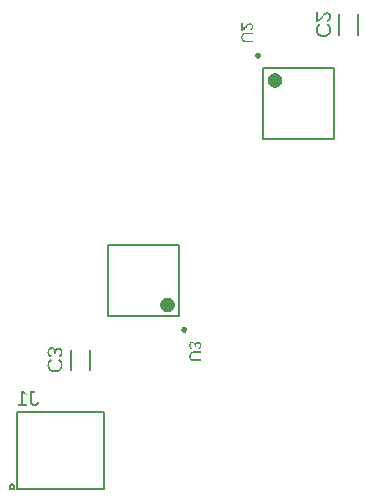
<source format=gbr>
G04 EAGLE Gerber RS-274X export*
G75*
%MOMM*%
%FSLAX34Y34*%
%LPD*%
%INSilkscreen Bottom*%
%IPPOS*%
%AMOC8*
5,1,8,0,0,1.08239X$1,22.5*%
G01*
G04 Define Apertures*
%ADD10C,0.150000*%
%ADD11C,0.250000*%
%ADD12C,0.600000*%
%ADD13C,0.127000*%
G36*
X274718Y390351D02*
X268642Y390351D01*
X268319Y390362D01*
X268016Y390394D01*
X267733Y390446D01*
X267471Y390520D01*
X267228Y390615D01*
X267006Y390732D01*
X266803Y390869D01*
X266621Y391027D01*
X266459Y391206D01*
X266319Y391403D01*
X266201Y391619D01*
X266104Y391853D01*
X266028Y392107D01*
X265974Y392379D01*
X265942Y392670D01*
X265931Y392979D01*
X265942Y393298D01*
X265976Y393598D01*
X266031Y393880D01*
X266110Y394144D01*
X266210Y394390D01*
X266333Y394617D01*
X266478Y394826D01*
X266645Y395017D01*
X266834Y395188D01*
X267043Y395336D01*
X267273Y395461D01*
X267523Y395563D01*
X267795Y395642D01*
X268086Y395699D01*
X268398Y395733D01*
X268731Y395745D01*
X274718Y395745D01*
X274718Y397055D01*
X268655Y397055D01*
X268366Y397047D01*
X268086Y397024D01*
X267816Y396985D01*
X267557Y396930D01*
X267308Y396860D01*
X267069Y396774D01*
X266840Y396672D01*
X266621Y396555D01*
X266413Y396424D01*
X266218Y396279D01*
X266036Y396122D01*
X265866Y395952D01*
X265709Y395769D01*
X265565Y395572D01*
X265433Y395363D01*
X265314Y395141D01*
X265208Y394908D01*
X265116Y394664D01*
X265039Y394410D01*
X264975Y394146D01*
X264926Y393871D01*
X264890Y393586D01*
X264869Y393291D01*
X264862Y392986D01*
X264869Y392692D01*
X264889Y392408D01*
X264923Y392134D01*
X264971Y391869D01*
X265032Y391613D01*
X265106Y391367D01*
X265195Y391130D01*
X265297Y390903D01*
X265411Y390687D01*
X265538Y390483D01*
X265678Y390292D01*
X265829Y390113D01*
X265993Y389947D01*
X266169Y389794D01*
X266358Y389652D01*
X266559Y389524D01*
X266771Y389409D01*
X266992Y389310D01*
X267224Y389225D01*
X267466Y389156D01*
X267717Y389103D01*
X267979Y389065D01*
X268250Y389042D01*
X268531Y389034D01*
X274718Y389034D01*
X274718Y390351D01*
G37*
G36*
X266268Y399028D02*
X266635Y399233D01*
X266980Y399457D01*
X267300Y399701D01*
X267888Y400221D01*
X268417Y400766D01*
X268899Y401323D01*
X269345Y401873D01*
X269773Y402395D01*
X270200Y402863D01*
X270417Y403073D01*
X270638Y403262D01*
X270865Y403430D01*
X271097Y403577D01*
X271339Y403696D01*
X271597Y403781D01*
X271870Y403832D01*
X272159Y403849D01*
X272353Y403842D01*
X272537Y403820D01*
X272709Y403783D01*
X272869Y403732D01*
X273019Y403666D01*
X273157Y403586D01*
X273285Y403490D01*
X273401Y403380D01*
X273504Y403257D01*
X273594Y403123D01*
X273669Y402977D01*
X273732Y402820D01*
X273780Y402651D01*
X273814Y402471D01*
X273835Y402280D01*
X273842Y402077D01*
X273835Y401883D01*
X273815Y401698D01*
X273781Y401521D01*
X273734Y401354D01*
X273674Y401195D01*
X273599Y401044D01*
X273411Y400770D01*
X273298Y400648D01*
X273174Y400540D01*
X273039Y400444D01*
X272893Y400362D01*
X272736Y400293D01*
X272568Y400238D01*
X272390Y400195D01*
X272200Y400166D01*
X272318Y398897D01*
X272602Y398943D01*
X272871Y399011D01*
X273125Y399101D01*
X273364Y399214D01*
X273589Y399349D01*
X273798Y399506D01*
X273993Y399685D01*
X274173Y399887D01*
X274335Y400108D01*
X274475Y400343D01*
X274593Y400594D01*
X274690Y400860D01*
X274766Y401142D01*
X274820Y401438D01*
X274852Y401750D01*
X274863Y402077D01*
X274852Y402434D01*
X274819Y402769D01*
X274765Y403083D01*
X274689Y403376D01*
X274592Y403648D01*
X274473Y403898D01*
X274332Y404128D01*
X274170Y404336D01*
X273987Y404521D01*
X273787Y404681D01*
X273568Y404817D01*
X273331Y404928D01*
X273075Y405014D01*
X272802Y405076D01*
X272510Y405113D01*
X272200Y405125D01*
X271918Y405109D01*
X271637Y405061D01*
X271356Y404980D01*
X271076Y404867D01*
X270797Y404722D01*
X270518Y404545D01*
X270238Y404337D01*
X269959Y404098D01*
X269641Y403784D01*
X269247Y403355D01*
X268228Y402146D01*
X267611Y401434D01*
X267327Y401138D01*
X267059Y400884D01*
X266801Y400666D01*
X266548Y400480D01*
X266299Y400328D01*
X266055Y400208D01*
X266055Y405277D01*
X265000Y405277D01*
X265000Y398842D01*
X265876Y398842D01*
X266268Y399028D01*
G37*
G36*
X334891Y393453D02*
X335245Y393471D01*
X335589Y393502D01*
X335923Y393546D01*
X336247Y393602D01*
X336561Y393670D01*
X336865Y393751D01*
X337159Y393845D01*
X337443Y393951D01*
X337717Y394069D01*
X338235Y394343D01*
X338714Y394667D01*
X339152Y395040D01*
X339544Y395458D01*
X339884Y395914D01*
X340034Y396156D01*
X340171Y396408D01*
X340295Y396670D01*
X340406Y396941D01*
X340505Y397222D01*
X340589Y397512D01*
X340661Y397812D01*
X340720Y398121D01*
X340766Y398440D01*
X340799Y398769D01*
X340818Y399107D01*
X340825Y399455D01*
X340813Y399937D01*
X340777Y400399D01*
X340716Y400842D01*
X340632Y401263D01*
X340524Y401665D01*
X340391Y402046D01*
X340235Y402407D01*
X340054Y402748D01*
X339850Y403068D01*
X339622Y403365D01*
X339371Y403641D01*
X339097Y403895D01*
X338800Y404127D01*
X338479Y404338D01*
X338135Y404526D01*
X337768Y404692D01*
X337242Y403107D01*
X337504Y402992D01*
X337749Y402860D01*
X337979Y402712D01*
X338193Y402548D01*
X338391Y402367D01*
X338573Y402170D01*
X338739Y401957D01*
X338889Y401727D01*
X339023Y401484D01*
X339138Y401230D01*
X339236Y400965D01*
X339316Y400689D01*
X339378Y400401D01*
X339423Y400103D01*
X339449Y399793D01*
X339458Y399472D01*
X339438Y398974D01*
X339376Y398504D01*
X339273Y398063D01*
X339129Y397650D01*
X338943Y397266D01*
X338717Y396910D01*
X338449Y396583D01*
X338140Y396284D01*
X337795Y396017D01*
X337420Y395786D01*
X337014Y395590D01*
X336578Y395430D01*
X336111Y395306D01*
X335614Y395217D01*
X335086Y395163D01*
X334527Y395145D01*
X333974Y395164D01*
X333449Y395220D01*
X332951Y395312D01*
X332481Y395442D01*
X332039Y395609D01*
X331625Y395813D01*
X331238Y396054D01*
X330879Y396332D01*
X330556Y396642D01*
X330276Y396978D01*
X330039Y397340D01*
X329845Y397728D01*
X329694Y398142D01*
X329586Y398583D01*
X329521Y399050D01*
X329500Y399542D01*
X329510Y399861D01*
X329540Y400170D01*
X329590Y400469D01*
X329660Y400758D01*
X329751Y401037D01*
X329861Y401306D01*
X329991Y401564D01*
X330141Y401813D01*
X330312Y402051D01*
X330502Y402280D01*
X330713Y402498D01*
X330943Y402707D01*
X331194Y402905D01*
X331465Y403093D01*
X331755Y403272D01*
X332066Y403440D01*
X331383Y404806D01*
X330996Y404606D01*
X330634Y404387D01*
X330295Y404148D01*
X329979Y403890D01*
X329688Y403612D01*
X329421Y403316D01*
X329177Y403000D01*
X328957Y402665D01*
X328762Y402313D01*
X328593Y401947D01*
X328450Y401568D01*
X328333Y401175D01*
X328242Y400768D01*
X328177Y400347D01*
X328138Y399912D01*
X328125Y399463D01*
X328137Y399005D01*
X328173Y398562D01*
X328234Y398135D01*
X328319Y397724D01*
X328428Y397328D01*
X328561Y396948D01*
X328718Y396584D01*
X328900Y396236D01*
X329104Y395906D01*
X329329Y395595D01*
X329575Y395306D01*
X329842Y395036D01*
X330129Y394787D01*
X330437Y394558D01*
X330766Y394349D01*
X331116Y394160D01*
X331484Y393993D01*
X331869Y393848D01*
X332271Y393725D01*
X332689Y393625D01*
X333124Y393547D01*
X333575Y393491D01*
X334043Y393457D01*
X334527Y393446D01*
X334891Y393453D01*
G37*
G36*
X329910Y406611D02*
X330377Y406871D01*
X330814Y407156D01*
X331221Y407465D01*
X331604Y407791D01*
X331968Y408126D01*
X332313Y408468D01*
X332640Y408819D01*
X333252Y409525D01*
X333818Y410224D01*
X334361Y410887D01*
X334904Y411481D01*
X335179Y411748D01*
X335460Y411988D01*
X335748Y412201D01*
X336043Y412388D01*
X336350Y412539D01*
X336678Y412647D01*
X337025Y412712D01*
X337391Y412734D01*
X337638Y412724D01*
X337871Y412697D01*
X338089Y412650D01*
X338293Y412585D01*
X338483Y412501D01*
X338659Y412399D01*
X338821Y412278D01*
X338968Y412138D01*
X339099Y411982D01*
X339213Y411811D01*
X339309Y411626D01*
X339388Y411427D01*
X339450Y411212D01*
X339493Y410984D01*
X339520Y410740D01*
X339528Y410483D01*
X339520Y410237D01*
X339494Y410001D01*
X339451Y409777D01*
X339392Y409564D01*
X339315Y409362D01*
X339221Y409171D01*
X339109Y408992D01*
X338981Y408823D01*
X338837Y408668D01*
X338680Y408530D01*
X338508Y408409D01*
X338323Y408305D01*
X338124Y408218D01*
X337911Y408147D01*
X337684Y408094D01*
X337444Y408057D01*
X337593Y406445D01*
X337953Y406503D01*
X338295Y406589D01*
X338618Y406704D01*
X338922Y406847D01*
X339207Y407018D01*
X339473Y407218D01*
X339720Y407446D01*
X339949Y407702D01*
X340154Y407982D01*
X340332Y408281D01*
X340483Y408600D01*
X340606Y408938D01*
X340702Y409295D01*
X340770Y409672D01*
X340811Y410068D01*
X340825Y410483D01*
X340811Y410936D01*
X340770Y411362D01*
X340701Y411761D01*
X340605Y412133D01*
X340481Y412478D01*
X340330Y412796D01*
X340151Y413087D01*
X339944Y413351D01*
X339713Y413586D01*
X339458Y413790D01*
X339180Y413962D01*
X338879Y414103D01*
X338555Y414213D01*
X338208Y414291D01*
X337837Y414338D01*
X337444Y414354D01*
X337085Y414334D01*
X336728Y414272D01*
X336372Y414169D01*
X336016Y414026D01*
X335662Y413841D01*
X335307Y413617D01*
X334952Y413353D01*
X334597Y413049D01*
X334194Y412651D01*
X333693Y412105D01*
X333095Y411412D01*
X332399Y410570D01*
X331997Y410092D01*
X331616Y409666D01*
X331255Y409291D01*
X330914Y408968D01*
X330587Y408691D01*
X330265Y408455D01*
X329950Y408261D01*
X329640Y408109D01*
X329640Y414547D01*
X328300Y414547D01*
X328300Y406375D01*
X329412Y406375D01*
X329910Y406611D01*
G37*
G36*
X230718Y120407D02*
X224642Y120407D01*
X224319Y120418D01*
X224016Y120449D01*
X223733Y120502D01*
X223471Y120576D01*
X223228Y120671D01*
X223006Y120787D01*
X222803Y120925D01*
X222621Y121083D01*
X222459Y121261D01*
X222319Y121458D01*
X222201Y121674D01*
X222104Y121909D01*
X222028Y122162D01*
X221974Y122434D01*
X221942Y122725D01*
X221931Y123035D01*
X221942Y123353D01*
X221976Y123654D01*
X222031Y123936D01*
X222110Y124200D01*
X222210Y124445D01*
X222333Y124673D01*
X222478Y124882D01*
X222645Y125073D01*
X222834Y125243D01*
X223043Y125391D01*
X223273Y125516D01*
X223523Y125619D01*
X223795Y125698D01*
X224086Y125755D01*
X224398Y125789D01*
X224731Y125800D01*
X230718Y125800D01*
X230718Y127111D01*
X224655Y127111D01*
X224366Y127103D01*
X224086Y127080D01*
X223816Y127041D01*
X223557Y126986D01*
X223308Y126916D01*
X223069Y126830D01*
X222840Y126728D01*
X222621Y126611D01*
X222413Y126479D01*
X222218Y126335D01*
X222036Y126178D01*
X221866Y126007D01*
X221709Y125824D01*
X221565Y125628D01*
X221433Y125419D01*
X221314Y125197D01*
X221208Y124963D01*
X221116Y124720D01*
X221039Y124466D01*
X220975Y124201D01*
X220926Y123927D01*
X220890Y123642D01*
X220869Y123347D01*
X220862Y123042D01*
X220869Y122748D01*
X220889Y122464D01*
X220923Y122189D01*
X220971Y121924D01*
X221032Y121669D01*
X221106Y121423D01*
X221195Y121186D01*
X221297Y120959D01*
X221411Y120743D01*
X221538Y120539D01*
X221678Y120348D01*
X221829Y120169D01*
X221993Y120003D01*
X222169Y119849D01*
X222358Y119708D01*
X222559Y119579D01*
X222771Y119465D01*
X222992Y119365D01*
X223224Y119281D01*
X223466Y119212D01*
X223717Y119159D01*
X223979Y119120D01*
X224250Y119097D01*
X224531Y119090D01*
X230718Y119090D01*
X230718Y120407D01*
G37*
G36*
X223614Y130008D02*
X223405Y130046D01*
X223210Y130096D01*
X223028Y130158D01*
X222860Y130234D01*
X222705Y130322D01*
X222563Y130422D01*
X222435Y130536D01*
X222321Y130662D01*
X222220Y130800D01*
X222132Y130952D01*
X222058Y131116D01*
X221997Y131292D01*
X221950Y131482D01*
X221917Y131684D01*
X221896Y131898D01*
X221890Y132126D01*
X221897Y132354D01*
X221919Y132569D01*
X221955Y132772D01*
X222005Y132963D01*
X222070Y133141D01*
X222150Y133306D01*
X222244Y133458D01*
X222352Y133598D01*
X222474Y133723D01*
X222611Y133832D01*
X222761Y133924D01*
X222926Y133999D01*
X223105Y134058D01*
X223297Y134099D01*
X223504Y134124D01*
X223724Y134133D01*
X223917Y134123D01*
X224099Y134095D01*
X224270Y134047D01*
X224430Y133980D01*
X224580Y133894D01*
X224718Y133789D01*
X224846Y133665D01*
X224962Y133522D01*
X225067Y133361D01*
X225157Y133183D01*
X225233Y132988D01*
X225296Y132777D01*
X225345Y132548D01*
X225379Y132302D01*
X225400Y132040D01*
X225407Y131760D01*
X225407Y131057D01*
X226483Y131057D01*
X226483Y131733D01*
X226490Y131981D01*
X226511Y132214D01*
X226546Y132434D01*
X226594Y132639D01*
X226657Y132829D01*
X226733Y133006D01*
X226824Y133168D01*
X226928Y133315D01*
X227044Y133447D01*
X227172Y133561D01*
X227310Y133658D01*
X227458Y133737D01*
X227617Y133798D01*
X227787Y133842D01*
X227968Y133869D01*
X228159Y133878D01*
X228349Y133870D01*
X228528Y133849D01*
X228698Y133813D01*
X228857Y133763D01*
X229005Y133698D01*
X229144Y133620D01*
X229272Y133526D01*
X229390Y133419D01*
X229496Y133297D01*
X229588Y133162D01*
X229665Y133012D01*
X229729Y132849D01*
X229778Y132672D01*
X229814Y132481D01*
X229835Y132276D01*
X229842Y132057D01*
X229835Y131856D01*
X229816Y131666D01*
X229783Y131485D01*
X229737Y131314D01*
X229678Y131153D01*
X229605Y131002D01*
X229520Y130861D01*
X229421Y130729D01*
X229311Y130609D01*
X229189Y130502D01*
X229057Y130408D01*
X228914Y130328D01*
X228761Y130261D01*
X228596Y130207D01*
X228421Y130167D01*
X228235Y130139D01*
X228331Y128891D01*
X228622Y128937D01*
X228895Y129005D01*
X229153Y129095D01*
X229394Y129207D01*
X229618Y129342D01*
X229826Y129499D01*
X230018Y129679D01*
X230194Y129881D01*
X230350Y130101D01*
X230486Y130337D01*
X230601Y130588D01*
X230695Y130854D01*
X230769Y131135D01*
X230821Y131432D01*
X230852Y131744D01*
X230863Y132070D01*
X230852Y132426D01*
X230820Y132761D01*
X230767Y133075D01*
X230693Y133370D01*
X230597Y133644D01*
X230481Y133897D01*
X230343Y134130D01*
X230183Y134343D01*
X230005Y134533D01*
X229810Y134698D01*
X229599Y134837D01*
X229370Y134951D01*
X229125Y135039D01*
X228864Y135103D01*
X228585Y135141D01*
X228290Y135153D01*
X228063Y135145D01*
X227846Y135121D01*
X227641Y135080D01*
X227446Y135023D01*
X227262Y134950D01*
X227089Y134861D01*
X226927Y134755D01*
X226776Y134633D01*
X226636Y134495D01*
X226508Y134343D01*
X226392Y134176D01*
X226287Y133994D01*
X226195Y133797D01*
X226113Y133586D01*
X226044Y133360D01*
X225987Y133119D01*
X225959Y133119D01*
X225922Y133384D01*
X225869Y133634D01*
X225801Y133868D01*
X225718Y134088D01*
X225618Y134292D01*
X225504Y134482D01*
X225374Y134656D01*
X225228Y134815D01*
X225069Y134958D01*
X224901Y135081D01*
X224723Y135185D01*
X224535Y135271D01*
X224337Y135337D01*
X224129Y135384D01*
X223911Y135413D01*
X223683Y135422D01*
X223356Y135409D01*
X223048Y135369D01*
X222760Y135302D01*
X222490Y135209D01*
X222239Y135088D01*
X222007Y134941D01*
X221794Y134768D01*
X221600Y134567D01*
X221427Y134342D01*
X221277Y134094D01*
X221150Y133823D01*
X221047Y133529D01*
X220966Y133213D01*
X220908Y132873D01*
X220874Y132511D01*
X220862Y132126D01*
X220872Y131766D01*
X220904Y131425D01*
X220956Y131103D01*
X221028Y130799D01*
X221122Y130514D01*
X221236Y130247D01*
X221372Y130000D01*
X221528Y129770D01*
X221704Y129562D01*
X221900Y129375D01*
X222117Y129211D01*
X222353Y129069D01*
X222609Y128950D01*
X222885Y128853D01*
X223181Y128778D01*
X223497Y128725D01*
X223614Y130008D01*
G37*
G36*
X107591Y109453D02*
X107945Y109471D01*
X108289Y109502D01*
X108623Y109546D01*
X108947Y109602D01*
X109261Y109670D01*
X109565Y109751D01*
X109859Y109845D01*
X110143Y109951D01*
X110417Y110069D01*
X110935Y110343D01*
X111414Y110667D01*
X111852Y111040D01*
X112244Y111458D01*
X112584Y111914D01*
X112734Y112156D01*
X112871Y112408D01*
X112995Y112670D01*
X113106Y112941D01*
X113205Y113222D01*
X113289Y113512D01*
X113361Y113812D01*
X113420Y114121D01*
X113466Y114440D01*
X113499Y114769D01*
X113518Y115107D01*
X113525Y115455D01*
X113513Y115937D01*
X113477Y116399D01*
X113416Y116842D01*
X113332Y117263D01*
X113224Y117665D01*
X113091Y118046D01*
X112935Y118407D01*
X112754Y118748D01*
X112550Y119068D01*
X112322Y119365D01*
X112071Y119641D01*
X111797Y119895D01*
X111500Y120127D01*
X111179Y120338D01*
X110835Y120526D01*
X110468Y120692D01*
X109942Y119107D01*
X110204Y118992D01*
X110449Y118860D01*
X110679Y118712D01*
X110893Y118548D01*
X111091Y118367D01*
X111273Y118170D01*
X111439Y117957D01*
X111589Y117727D01*
X111723Y117484D01*
X111838Y117230D01*
X111936Y116965D01*
X112016Y116689D01*
X112078Y116401D01*
X112123Y116103D01*
X112149Y115793D01*
X112158Y115472D01*
X112138Y114974D01*
X112076Y114504D01*
X111973Y114063D01*
X111829Y113650D01*
X111643Y113266D01*
X111417Y112910D01*
X111149Y112583D01*
X110840Y112284D01*
X110495Y112017D01*
X110120Y111786D01*
X109714Y111590D01*
X109278Y111430D01*
X108811Y111306D01*
X108314Y111217D01*
X107786Y111163D01*
X107227Y111145D01*
X106674Y111164D01*
X106149Y111220D01*
X105651Y111312D01*
X105181Y111442D01*
X104739Y111609D01*
X104325Y111813D01*
X103938Y112054D01*
X103579Y112332D01*
X103256Y112642D01*
X102976Y112978D01*
X102739Y113340D01*
X102545Y113728D01*
X102394Y114142D01*
X102286Y114583D01*
X102221Y115050D01*
X102200Y115542D01*
X102210Y115861D01*
X102240Y116170D01*
X102290Y116469D01*
X102360Y116758D01*
X102451Y117037D01*
X102561Y117306D01*
X102691Y117564D01*
X102841Y117813D01*
X103012Y118051D01*
X103202Y118280D01*
X103413Y118498D01*
X103643Y118707D01*
X103894Y118905D01*
X104165Y119093D01*
X104455Y119272D01*
X104766Y119440D01*
X104083Y120806D01*
X103696Y120606D01*
X103334Y120387D01*
X102995Y120148D01*
X102679Y119890D01*
X102388Y119612D01*
X102121Y119316D01*
X101877Y119000D01*
X101657Y118665D01*
X101462Y118313D01*
X101293Y117947D01*
X101150Y117568D01*
X101033Y117175D01*
X100942Y116768D01*
X100877Y116347D01*
X100838Y115912D01*
X100825Y115463D01*
X100837Y115005D01*
X100873Y114562D01*
X100934Y114135D01*
X101019Y113724D01*
X101128Y113328D01*
X101261Y112948D01*
X101418Y112584D01*
X101600Y112236D01*
X101804Y111906D01*
X102029Y111595D01*
X102275Y111306D01*
X102542Y111036D01*
X102829Y110787D01*
X103137Y110558D01*
X103466Y110349D01*
X103816Y110160D01*
X104184Y109993D01*
X104569Y109848D01*
X104971Y109725D01*
X105389Y109625D01*
X105824Y109547D01*
X106275Y109491D01*
X106743Y109457D01*
X107227Y109446D01*
X107591Y109453D01*
G37*
G36*
X104319Y123785D02*
X104054Y123833D01*
X103806Y123896D01*
X103575Y123976D01*
X103362Y124071D01*
X103165Y124183D01*
X102985Y124311D01*
X102823Y124455D01*
X102677Y124615D01*
X102549Y124791D01*
X102438Y124983D01*
X102344Y125192D01*
X102267Y125416D01*
X102207Y125656D01*
X102164Y125913D01*
X102138Y126185D01*
X102130Y126474D01*
X102139Y126764D01*
X102167Y127038D01*
X102212Y127295D01*
X102277Y127537D01*
X102359Y127763D01*
X102460Y127973D01*
X102579Y128166D01*
X102717Y128344D01*
X102872Y128503D01*
X103046Y128641D01*
X103237Y128758D01*
X103446Y128853D01*
X103673Y128927D01*
X103917Y128980D01*
X104179Y129012D01*
X104460Y129023D01*
X104705Y129011D01*
X104936Y128974D01*
X105153Y128914D01*
X105356Y128829D01*
X105546Y128720D01*
X105722Y128587D01*
X105884Y128429D01*
X106032Y128248D01*
X106164Y128043D01*
X106279Y127817D01*
X106376Y127570D01*
X106455Y127301D01*
X106517Y127010D01*
X106561Y126698D01*
X106588Y126365D01*
X106597Y126010D01*
X106597Y125116D01*
X107963Y125116D01*
X107963Y125975D01*
X107972Y126290D01*
X107998Y126587D01*
X108042Y126865D01*
X108104Y127125D01*
X108184Y127368D01*
X108281Y127592D01*
X108396Y127797D01*
X108528Y127985D01*
X108676Y128152D01*
X108838Y128297D01*
X109013Y128420D01*
X109201Y128520D01*
X109403Y128598D01*
X109619Y128654D01*
X109849Y128688D01*
X110091Y128699D01*
X110332Y128690D01*
X110560Y128662D01*
X110775Y128617D01*
X110977Y128553D01*
X111166Y128471D01*
X111342Y128371D01*
X111505Y128253D01*
X111655Y128116D01*
X111789Y127962D01*
X111906Y127790D01*
X112004Y127600D01*
X112085Y127393D01*
X112148Y127168D01*
X112193Y126925D01*
X112219Y126664D01*
X112228Y126386D01*
X112220Y126132D01*
X112195Y125890D01*
X112153Y125661D01*
X112095Y125444D01*
X112020Y125239D01*
X111928Y125047D01*
X111819Y124868D01*
X111694Y124700D01*
X111554Y124548D01*
X111400Y124412D01*
X111232Y124293D01*
X111050Y124191D01*
X110855Y124106D01*
X110646Y124038D01*
X110424Y123986D01*
X110188Y123952D01*
X110310Y122366D01*
X110679Y122424D01*
X111026Y122511D01*
X111353Y122625D01*
X111659Y122768D01*
X111944Y122939D01*
X112209Y123139D01*
X112452Y123367D01*
X112675Y123623D01*
X112874Y123903D01*
X113047Y124203D01*
X113193Y124521D01*
X113312Y124859D01*
X113405Y125216D01*
X113472Y125593D01*
X113511Y125989D01*
X113525Y126404D01*
X113511Y126855D01*
X113471Y127281D01*
X113403Y127680D01*
X113309Y128054D01*
X113188Y128402D01*
X113039Y128724D01*
X112864Y129020D01*
X112662Y129290D01*
X112436Y129531D01*
X112188Y129740D01*
X111920Y129917D01*
X111630Y130062D01*
X111318Y130174D01*
X110986Y130255D01*
X110633Y130303D01*
X110258Y130319D01*
X109969Y130309D01*
X109694Y130278D01*
X109433Y130226D01*
X109186Y130154D01*
X108953Y130061D01*
X108733Y129947D01*
X108527Y129813D01*
X108335Y129658D01*
X108158Y129483D01*
X107995Y129290D01*
X107847Y129077D01*
X107715Y128847D01*
X107597Y128597D01*
X107494Y128328D01*
X107406Y128041D01*
X107332Y127735D01*
X107297Y127735D01*
X107250Y128072D01*
X107184Y128389D01*
X107097Y128687D01*
X106991Y128966D01*
X106865Y129226D01*
X106719Y129466D01*
X106554Y129688D01*
X106369Y129890D01*
X106168Y130071D01*
X105954Y130227D01*
X105728Y130360D01*
X105489Y130468D01*
X105237Y130552D01*
X104973Y130612D01*
X104696Y130649D01*
X104407Y130661D01*
X103992Y130644D01*
X103601Y130593D01*
X103235Y130508D01*
X102892Y130389D01*
X102573Y130236D01*
X102279Y130050D01*
X102008Y129829D01*
X101762Y129575D01*
X101542Y129289D01*
X101352Y128974D01*
X101191Y128629D01*
X101059Y128256D01*
X100957Y127854D01*
X100883Y127423D01*
X100840Y126963D01*
X100825Y126474D01*
X100838Y126017D01*
X100878Y125584D01*
X100944Y125175D01*
X101036Y124789D01*
X101155Y124427D01*
X101300Y124089D01*
X101472Y123774D01*
X101670Y123483D01*
X101894Y123218D01*
X102143Y122981D01*
X102418Y122773D01*
X102718Y122593D01*
X103043Y122441D01*
X103394Y122318D01*
X103769Y122223D01*
X104171Y122156D01*
X104319Y123785D01*
G37*
G36*
X83509Y82540D02*
X80365Y82540D01*
X80365Y92034D01*
X83150Y90046D01*
X83150Y91535D01*
X80234Y93541D01*
X78780Y93541D01*
X78780Y82540D01*
X75775Y82540D01*
X75775Y81200D01*
X83509Y81200D01*
X83509Y82540D01*
G37*
G36*
X90224Y81038D02*
X90586Y81075D01*
X90928Y81139D01*
X91250Y81227D01*
X91553Y81341D01*
X91835Y81481D01*
X92097Y81645D01*
X92340Y81835D01*
X92563Y82050D01*
X92766Y82291D01*
X92948Y82557D01*
X93111Y82848D01*
X93254Y83164D01*
X93378Y83506D01*
X93481Y83873D01*
X93564Y84265D01*
X91926Y84537D01*
X91881Y84290D01*
X91823Y84057D01*
X91753Y83838D01*
X91670Y83633D01*
X91575Y83442D01*
X91468Y83264D01*
X91349Y83101D01*
X91217Y82952D01*
X91074Y82818D01*
X90923Y82703D01*
X90764Y82605D01*
X90595Y82525D01*
X90418Y82462D01*
X90231Y82418D01*
X90037Y82391D01*
X89833Y82382D01*
X89611Y82392D01*
X89402Y82422D01*
X89204Y82470D01*
X89018Y82539D01*
X88845Y82627D01*
X88683Y82735D01*
X88534Y82862D01*
X88397Y83009D01*
X88273Y83174D01*
X88167Y83358D01*
X88076Y83560D01*
X88002Y83780D01*
X87945Y84019D01*
X87904Y84276D01*
X87879Y84550D01*
X87871Y84844D01*
X87871Y92174D01*
X90245Y92174D01*
X90245Y93541D01*
X86207Y93541D01*
X86207Y84879D01*
X86222Y84442D01*
X86268Y84029D01*
X86344Y83640D01*
X86450Y83275D01*
X86587Y82934D01*
X86754Y82616D01*
X86951Y82323D01*
X87179Y82054D01*
X87433Y81813D01*
X87710Y81604D01*
X88009Y81427D01*
X88331Y81282D01*
X88675Y81170D01*
X89041Y81089D01*
X89430Y81041D01*
X89842Y81025D01*
X90224Y81038D01*
G37*
D10*
X343000Y367000D02*
X283000Y367000D01*
X283000Y307000D02*
X343000Y307000D01*
X283000Y307000D02*
X283000Y367000D01*
X343000Y367000D02*
X343000Y307000D01*
D11*
X277500Y378000D02*
X277502Y378070D01*
X277508Y378140D01*
X277518Y378209D01*
X277531Y378278D01*
X277549Y378346D01*
X277570Y378413D01*
X277595Y378478D01*
X277624Y378542D01*
X277656Y378605D01*
X277692Y378665D01*
X277731Y378723D01*
X277773Y378779D01*
X277818Y378833D01*
X277866Y378884D01*
X277917Y378932D01*
X277971Y378977D01*
X278027Y379019D01*
X278085Y379058D01*
X278145Y379094D01*
X278208Y379126D01*
X278272Y379155D01*
X278337Y379180D01*
X278404Y379201D01*
X278472Y379219D01*
X278541Y379232D01*
X278610Y379242D01*
X278680Y379248D01*
X278750Y379250D01*
X278820Y379248D01*
X278890Y379242D01*
X278959Y379232D01*
X279028Y379219D01*
X279096Y379201D01*
X279163Y379180D01*
X279228Y379155D01*
X279292Y379126D01*
X279355Y379094D01*
X279415Y379058D01*
X279473Y379019D01*
X279529Y378977D01*
X279583Y378932D01*
X279634Y378884D01*
X279682Y378833D01*
X279727Y378779D01*
X279769Y378723D01*
X279808Y378665D01*
X279844Y378605D01*
X279876Y378542D01*
X279905Y378478D01*
X279930Y378413D01*
X279951Y378346D01*
X279969Y378278D01*
X279982Y378209D01*
X279992Y378140D01*
X279998Y378070D01*
X280000Y378000D01*
X279998Y377930D01*
X279992Y377860D01*
X279982Y377791D01*
X279969Y377722D01*
X279951Y377654D01*
X279930Y377587D01*
X279905Y377522D01*
X279876Y377458D01*
X279844Y377395D01*
X279808Y377335D01*
X279769Y377277D01*
X279727Y377221D01*
X279682Y377167D01*
X279634Y377116D01*
X279583Y377068D01*
X279529Y377023D01*
X279473Y376981D01*
X279415Y376942D01*
X279355Y376906D01*
X279292Y376874D01*
X279228Y376845D01*
X279163Y376820D01*
X279096Y376799D01*
X279028Y376781D01*
X278959Y376768D01*
X278890Y376758D01*
X278820Y376752D01*
X278750Y376750D01*
X278680Y376752D01*
X278610Y376758D01*
X278541Y376768D01*
X278472Y376781D01*
X278404Y376799D01*
X278337Y376820D01*
X278272Y376845D01*
X278208Y376874D01*
X278145Y376906D01*
X278085Y376942D01*
X278027Y376981D01*
X277971Y377023D01*
X277917Y377068D01*
X277866Y377116D01*
X277818Y377167D01*
X277773Y377221D01*
X277731Y377277D01*
X277692Y377335D01*
X277656Y377395D01*
X277624Y377458D01*
X277595Y377522D01*
X277570Y377587D01*
X277549Y377654D01*
X277531Y377722D01*
X277518Y377791D01*
X277508Y377860D01*
X277502Y377930D01*
X277500Y378000D01*
D12*
X290000Y357000D02*
X290002Y357109D01*
X290008Y357218D01*
X290018Y357326D01*
X290032Y357434D01*
X290049Y357542D01*
X290071Y357649D01*
X290096Y357755D01*
X290126Y357859D01*
X290159Y357963D01*
X290196Y358066D01*
X290236Y358167D01*
X290280Y358266D01*
X290328Y358364D01*
X290380Y358461D01*
X290434Y358555D01*
X290492Y358647D01*
X290554Y358737D01*
X290619Y358824D01*
X290686Y358910D01*
X290757Y358993D01*
X290831Y359073D01*
X290908Y359150D01*
X290987Y359225D01*
X291069Y359296D01*
X291154Y359365D01*
X291241Y359430D01*
X291330Y359493D01*
X291422Y359551D01*
X291516Y359607D01*
X291611Y359659D01*
X291709Y359708D01*
X291808Y359753D01*
X291909Y359795D01*
X292011Y359832D01*
X292114Y359866D01*
X292219Y359897D01*
X292325Y359923D01*
X292431Y359946D01*
X292539Y359964D01*
X292647Y359979D01*
X292755Y359990D01*
X292864Y359997D01*
X292973Y360000D01*
X293082Y359999D01*
X293191Y359994D01*
X293299Y359985D01*
X293407Y359972D01*
X293515Y359955D01*
X293622Y359935D01*
X293728Y359910D01*
X293833Y359882D01*
X293937Y359850D01*
X294040Y359814D01*
X294142Y359774D01*
X294242Y359731D01*
X294340Y359684D01*
X294437Y359634D01*
X294531Y359580D01*
X294624Y359522D01*
X294715Y359462D01*
X294803Y359398D01*
X294889Y359331D01*
X294972Y359261D01*
X295053Y359188D01*
X295131Y359112D01*
X295206Y359033D01*
X295279Y358951D01*
X295348Y358867D01*
X295414Y358781D01*
X295477Y358692D01*
X295537Y358601D01*
X295594Y358508D01*
X295647Y358413D01*
X295696Y358316D01*
X295742Y358217D01*
X295784Y358117D01*
X295823Y358015D01*
X295858Y357911D01*
X295889Y357807D01*
X295917Y357702D01*
X295940Y357595D01*
X295960Y357488D01*
X295976Y357380D01*
X295988Y357272D01*
X295996Y357163D01*
X296000Y357054D01*
X296000Y356946D01*
X295996Y356837D01*
X295988Y356728D01*
X295976Y356620D01*
X295960Y356512D01*
X295940Y356405D01*
X295917Y356298D01*
X295889Y356193D01*
X295858Y356089D01*
X295823Y355985D01*
X295784Y355883D01*
X295742Y355783D01*
X295696Y355684D01*
X295647Y355587D01*
X295594Y355492D01*
X295537Y355399D01*
X295477Y355308D01*
X295414Y355219D01*
X295348Y355133D01*
X295279Y355049D01*
X295206Y354967D01*
X295131Y354888D01*
X295053Y354812D01*
X294972Y354739D01*
X294889Y354669D01*
X294803Y354602D01*
X294715Y354538D01*
X294624Y354478D01*
X294531Y354420D01*
X294437Y354366D01*
X294340Y354316D01*
X294242Y354269D01*
X294142Y354226D01*
X294040Y354186D01*
X293937Y354150D01*
X293833Y354118D01*
X293728Y354090D01*
X293622Y354065D01*
X293515Y354045D01*
X293407Y354028D01*
X293299Y354015D01*
X293191Y354006D01*
X293082Y354001D01*
X292973Y354000D01*
X292864Y354003D01*
X292755Y354010D01*
X292647Y354021D01*
X292539Y354036D01*
X292431Y354054D01*
X292325Y354077D01*
X292219Y354103D01*
X292114Y354134D01*
X292011Y354168D01*
X291909Y354205D01*
X291808Y354247D01*
X291709Y354292D01*
X291611Y354341D01*
X291516Y354393D01*
X291422Y354449D01*
X291330Y354507D01*
X291241Y354570D01*
X291154Y354635D01*
X291069Y354704D01*
X290987Y354775D01*
X290908Y354850D01*
X290831Y354927D01*
X290757Y355007D01*
X290686Y355090D01*
X290619Y355176D01*
X290554Y355263D01*
X290492Y355353D01*
X290434Y355445D01*
X290380Y355539D01*
X290328Y355636D01*
X290280Y355734D01*
X290236Y355833D01*
X290196Y355934D01*
X290159Y356037D01*
X290126Y356141D01*
X290096Y356245D01*
X290071Y356351D01*
X290049Y356458D01*
X290032Y356566D01*
X290018Y356674D01*
X290008Y356782D01*
X290002Y356891D01*
X290000Y357000D01*
D13*
X348009Y395250D02*
X348009Y412750D01*
X363991Y412750D02*
X363991Y395250D01*
D10*
X212000Y157000D02*
X152000Y157000D01*
X152000Y217000D02*
X212000Y217000D01*
X212000Y157000D01*
X152000Y157000D02*
X152000Y217000D01*
D11*
X215000Y146000D02*
X215002Y146070D01*
X215008Y146140D01*
X215018Y146209D01*
X215031Y146278D01*
X215049Y146346D01*
X215070Y146413D01*
X215095Y146478D01*
X215124Y146542D01*
X215156Y146605D01*
X215192Y146665D01*
X215231Y146723D01*
X215273Y146779D01*
X215318Y146833D01*
X215366Y146884D01*
X215417Y146932D01*
X215471Y146977D01*
X215527Y147019D01*
X215585Y147058D01*
X215645Y147094D01*
X215708Y147126D01*
X215772Y147155D01*
X215837Y147180D01*
X215904Y147201D01*
X215972Y147219D01*
X216041Y147232D01*
X216110Y147242D01*
X216180Y147248D01*
X216250Y147250D01*
X216320Y147248D01*
X216390Y147242D01*
X216459Y147232D01*
X216528Y147219D01*
X216596Y147201D01*
X216663Y147180D01*
X216728Y147155D01*
X216792Y147126D01*
X216855Y147094D01*
X216915Y147058D01*
X216973Y147019D01*
X217029Y146977D01*
X217083Y146932D01*
X217134Y146884D01*
X217182Y146833D01*
X217227Y146779D01*
X217269Y146723D01*
X217308Y146665D01*
X217344Y146605D01*
X217376Y146542D01*
X217405Y146478D01*
X217430Y146413D01*
X217451Y146346D01*
X217469Y146278D01*
X217482Y146209D01*
X217492Y146140D01*
X217498Y146070D01*
X217500Y146000D01*
X217498Y145930D01*
X217492Y145860D01*
X217482Y145791D01*
X217469Y145722D01*
X217451Y145654D01*
X217430Y145587D01*
X217405Y145522D01*
X217376Y145458D01*
X217344Y145395D01*
X217308Y145335D01*
X217269Y145277D01*
X217227Y145221D01*
X217182Y145167D01*
X217134Y145116D01*
X217083Y145068D01*
X217029Y145023D01*
X216973Y144981D01*
X216915Y144942D01*
X216855Y144906D01*
X216792Y144874D01*
X216728Y144845D01*
X216663Y144820D01*
X216596Y144799D01*
X216528Y144781D01*
X216459Y144768D01*
X216390Y144758D01*
X216320Y144752D01*
X216250Y144750D01*
X216180Y144752D01*
X216110Y144758D01*
X216041Y144768D01*
X215972Y144781D01*
X215904Y144799D01*
X215837Y144820D01*
X215772Y144845D01*
X215708Y144874D01*
X215645Y144906D01*
X215585Y144942D01*
X215527Y144981D01*
X215471Y145023D01*
X215417Y145068D01*
X215366Y145116D01*
X215318Y145167D01*
X215273Y145221D01*
X215231Y145277D01*
X215192Y145335D01*
X215156Y145395D01*
X215124Y145458D01*
X215095Y145522D01*
X215070Y145587D01*
X215049Y145654D01*
X215031Y145722D01*
X215018Y145791D01*
X215008Y145860D01*
X215002Y145930D01*
X215000Y146000D01*
D12*
X199000Y167000D02*
X199002Y167109D01*
X199008Y167218D01*
X199018Y167326D01*
X199032Y167434D01*
X199049Y167542D01*
X199071Y167649D01*
X199096Y167755D01*
X199126Y167859D01*
X199159Y167963D01*
X199196Y168066D01*
X199236Y168167D01*
X199280Y168266D01*
X199328Y168364D01*
X199380Y168461D01*
X199434Y168555D01*
X199492Y168647D01*
X199554Y168737D01*
X199619Y168824D01*
X199686Y168910D01*
X199757Y168993D01*
X199831Y169073D01*
X199908Y169150D01*
X199987Y169225D01*
X200069Y169296D01*
X200154Y169365D01*
X200241Y169430D01*
X200330Y169493D01*
X200422Y169551D01*
X200516Y169607D01*
X200611Y169659D01*
X200709Y169708D01*
X200808Y169753D01*
X200909Y169795D01*
X201011Y169832D01*
X201114Y169866D01*
X201219Y169897D01*
X201325Y169923D01*
X201431Y169946D01*
X201539Y169964D01*
X201647Y169979D01*
X201755Y169990D01*
X201864Y169997D01*
X201973Y170000D01*
X202082Y169999D01*
X202191Y169994D01*
X202299Y169985D01*
X202407Y169972D01*
X202515Y169955D01*
X202622Y169935D01*
X202728Y169910D01*
X202833Y169882D01*
X202937Y169850D01*
X203040Y169814D01*
X203142Y169774D01*
X203242Y169731D01*
X203340Y169684D01*
X203437Y169634D01*
X203531Y169580D01*
X203624Y169522D01*
X203715Y169462D01*
X203803Y169398D01*
X203889Y169331D01*
X203972Y169261D01*
X204053Y169188D01*
X204131Y169112D01*
X204206Y169033D01*
X204279Y168951D01*
X204348Y168867D01*
X204414Y168781D01*
X204477Y168692D01*
X204537Y168601D01*
X204594Y168508D01*
X204647Y168413D01*
X204696Y168316D01*
X204742Y168217D01*
X204784Y168117D01*
X204823Y168015D01*
X204858Y167911D01*
X204889Y167807D01*
X204917Y167702D01*
X204940Y167595D01*
X204960Y167488D01*
X204976Y167380D01*
X204988Y167272D01*
X204996Y167163D01*
X205000Y167054D01*
X205000Y166946D01*
X204996Y166837D01*
X204988Y166728D01*
X204976Y166620D01*
X204960Y166512D01*
X204940Y166405D01*
X204917Y166298D01*
X204889Y166193D01*
X204858Y166089D01*
X204823Y165985D01*
X204784Y165883D01*
X204742Y165783D01*
X204696Y165684D01*
X204647Y165587D01*
X204594Y165492D01*
X204537Y165399D01*
X204477Y165308D01*
X204414Y165219D01*
X204348Y165133D01*
X204279Y165049D01*
X204206Y164967D01*
X204131Y164888D01*
X204053Y164812D01*
X203972Y164739D01*
X203889Y164669D01*
X203803Y164602D01*
X203715Y164538D01*
X203624Y164478D01*
X203531Y164420D01*
X203437Y164366D01*
X203340Y164316D01*
X203242Y164269D01*
X203142Y164226D01*
X203040Y164186D01*
X202937Y164150D01*
X202833Y164118D01*
X202728Y164090D01*
X202622Y164065D01*
X202515Y164045D01*
X202407Y164028D01*
X202299Y164015D01*
X202191Y164006D01*
X202082Y164001D01*
X201973Y164000D01*
X201864Y164003D01*
X201755Y164010D01*
X201647Y164021D01*
X201539Y164036D01*
X201431Y164054D01*
X201325Y164077D01*
X201219Y164103D01*
X201114Y164134D01*
X201011Y164168D01*
X200909Y164205D01*
X200808Y164247D01*
X200709Y164292D01*
X200611Y164341D01*
X200516Y164393D01*
X200422Y164449D01*
X200330Y164507D01*
X200241Y164570D01*
X200154Y164635D01*
X200069Y164704D01*
X199987Y164775D01*
X199908Y164850D01*
X199831Y164927D01*
X199757Y165007D01*
X199686Y165090D01*
X199619Y165176D01*
X199554Y165263D01*
X199492Y165353D01*
X199434Y165445D01*
X199380Y165539D01*
X199328Y165636D01*
X199280Y165734D01*
X199236Y165833D01*
X199196Y165934D01*
X199159Y166037D01*
X199126Y166141D01*
X199096Y166245D01*
X199071Y166351D01*
X199049Y166458D01*
X199032Y166566D01*
X199018Y166674D01*
X199008Y166782D01*
X199002Y166891D01*
X199000Y167000D01*
D13*
X136991Y128750D02*
X136991Y111250D01*
X121009Y111250D02*
X121009Y128750D01*
X148750Y10500D02*
X75250Y10500D01*
X148750Y10500D02*
X148750Y75500D01*
X75250Y75500D01*
X75250Y10500D01*
X68688Y12500D02*
X68690Y12591D01*
X68696Y12681D01*
X68706Y12771D01*
X68720Y12861D01*
X68738Y12949D01*
X68759Y13037D01*
X68785Y13124D01*
X68814Y13210D01*
X68847Y13294D01*
X68884Y13377D01*
X68924Y13458D01*
X68968Y13538D01*
X69015Y13615D01*
X69066Y13690D01*
X69120Y13763D01*
X69177Y13833D01*
X69237Y13901D01*
X69300Y13966D01*
X69366Y14028D01*
X69434Y14088D01*
X69505Y14144D01*
X69579Y14197D01*
X69654Y14247D01*
X69732Y14293D01*
X69812Y14336D01*
X69893Y14376D01*
X69977Y14411D01*
X70061Y14444D01*
X70147Y14472D01*
X70235Y14497D01*
X70323Y14517D01*
X70412Y14534D01*
X70501Y14547D01*
X70592Y14556D01*
X70682Y14561D01*
X70773Y14562D01*
X70863Y14559D01*
X70954Y14552D01*
X71043Y14541D01*
X71133Y14526D01*
X71221Y14507D01*
X71309Y14485D01*
X71396Y14458D01*
X71481Y14428D01*
X71565Y14394D01*
X71648Y14356D01*
X71728Y14315D01*
X71807Y14270D01*
X71884Y14222D01*
X71958Y14171D01*
X72031Y14116D01*
X72100Y14058D01*
X72167Y13998D01*
X72232Y13934D01*
X72293Y13867D01*
X72352Y13798D01*
X72407Y13727D01*
X72460Y13653D01*
X72509Y13576D01*
X72554Y13498D01*
X72596Y13418D01*
X72635Y13336D01*
X72670Y13252D01*
X72701Y13167D01*
X72728Y13081D01*
X72752Y12993D01*
X72772Y12905D01*
X72788Y12816D01*
X72800Y12726D01*
X72808Y12636D01*
X72812Y12545D01*
X72812Y12455D01*
X72808Y12364D01*
X72800Y12274D01*
X72788Y12184D01*
X72772Y12095D01*
X72752Y12007D01*
X72728Y11919D01*
X72701Y11833D01*
X72670Y11748D01*
X72635Y11664D01*
X72596Y11582D01*
X72554Y11502D01*
X72509Y11424D01*
X72460Y11347D01*
X72407Y11273D01*
X72352Y11202D01*
X72293Y11133D01*
X72232Y11066D01*
X72167Y11002D01*
X72100Y10942D01*
X72031Y10884D01*
X71958Y10829D01*
X71884Y10778D01*
X71807Y10730D01*
X71728Y10685D01*
X71648Y10644D01*
X71565Y10606D01*
X71481Y10572D01*
X71396Y10542D01*
X71309Y10515D01*
X71221Y10493D01*
X71133Y10474D01*
X71043Y10459D01*
X70954Y10448D01*
X70863Y10441D01*
X70773Y10438D01*
X70682Y10439D01*
X70592Y10444D01*
X70501Y10453D01*
X70412Y10466D01*
X70323Y10483D01*
X70235Y10503D01*
X70147Y10528D01*
X70061Y10556D01*
X69977Y10589D01*
X69893Y10624D01*
X69812Y10664D01*
X69732Y10707D01*
X69654Y10753D01*
X69579Y10803D01*
X69505Y10856D01*
X69434Y10912D01*
X69366Y10972D01*
X69300Y11034D01*
X69237Y11099D01*
X69177Y11167D01*
X69120Y11237D01*
X69066Y11310D01*
X69015Y11385D01*
X68968Y11462D01*
X68924Y11542D01*
X68884Y11623D01*
X68847Y11706D01*
X68814Y11790D01*
X68785Y11876D01*
X68759Y11963D01*
X68738Y12051D01*
X68720Y12139D01*
X68706Y12229D01*
X68696Y12319D01*
X68690Y12409D01*
X68688Y12500D01*
M02*

</source>
